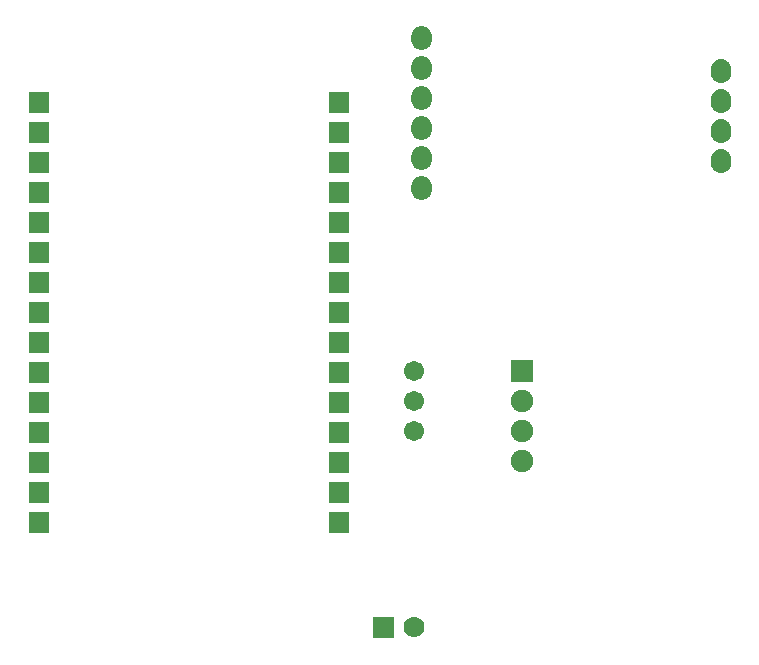
<source format=gbs>
G04 Layer: BottomSolderMaskLayer*
G04 EasyEDA v6.2.46, 2019-12-17T13:03:00+00:00*
G04 0172e0994fd644d79e33dd8747f588b4,932ed04fcfe14a16a0103060ae18c599,10*
G04 Gerber Generator version 0.2*
G04 Scale: 100 percent, Rotated: No, Reflected: No *
G04 Dimensions in millimeters *
G04 leading zeros omitted , absolute positions ,3 integer and 3 decimal *
%FSLAX33Y33*%
%MOMM*%
G90*
G71D02*

%ADD21C,1.903197*%
%ADD23C,1.778000*%
%ADD25C,1.703197*%

%LPD*%
G36*
G01X43116Y39027D02*
G01X43116Y40932D01*
G01X45021Y40932D01*
G01X45021Y39027D01*
G01X43116Y39027D01*
G37*
G54D21*
G01X44069Y37440D03*
G01X44069Y34900D03*
G01X44069Y32360D03*
G36*
G01X31496Y17374D02*
G01X31496Y19152D01*
G01X33274Y19152D01*
G01X33274Y17374D01*
G01X31496Y17374D01*
G37*
G54D23*
G01X34925Y18263D03*
G36*
G01X2313Y46606D02*
G01X2313Y48334D01*
G01X4041Y48334D01*
G01X4041Y46606D01*
G01X2313Y46606D01*
G37*
G36*
G01X27711Y44069D02*
G01X27711Y45796D01*
G01X29438Y45796D01*
G01X29438Y44069D01*
G01X27711Y44069D01*
G37*
G36*
G01X2313Y49146D02*
G01X2313Y50874D01*
G01X4041Y50874D01*
G01X4041Y49146D01*
G01X2313Y49146D01*
G37*
G36*
G01X2313Y51686D02*
G01X2313Y53414D01*
G01X4041Y53414D01*
G01X4041Y51686D01*
G01X2313Y51686D01*
G37*
G36*
G01X2313Y54226D02*
G01X2313Y55954D01*
G01X4041Y55954D01*
G01X4041Y54226D01*
G01X2313Y54226D01*
G37*
G36*
G01X2313Y56766D02*
G01X2313Y58494D01*
G01X4041Y58494D01*
G01X4041Y56766D01*
G01X2313Y56766D01*
G37*
G36*
G01X2313Y59306D02*
G01X2313Y61034D01*
G01X4041Y61034D01*
G01X4041Y59306D01*
G01X2313Y59306D01*
G37*
G36*
G01X2313Y61846D02*
G01X2313Y63574D01*
G01X4041Y63574D01*
G01X4041Y61846D01*
G01X2313Y61846D01*
G37*
G36*
G01X2313Y44066D02*
G01X2313Y45794D01*
G01X4041Y45794D01*
G01X4041Y44066D01*
G01X2313Y44066D01*
G37*
G36*
G01X2313Y41526D02*
G01X2313Y43254D01*
G01X4041Y43254D01*
G01X4041Y41526D01*
G01X2313Y41526D01*
G37*
G36*
G01X2313Y38986D02*
G01X2313Y40714D01*
G01X4041Y40714D01*
G01X4041Y38986D01*
G01X2313Y38986D01*
G37*
G36*
G01X2313Y36446D02*
G01X2313Y38174D01*
G01X4041Y38174D01*
G01X4041Y36446D01*
G01X2313Y36446D01*
G37*
G36*
G01X2313Y33906D02*
G01X2313Y35634D01*
G01X4041Y35634D01*
G01X4041Y33906D01*
G01X2313Y33906D01*
G37*
G36*
G01X2313Y31366D02*
G01X2313Y33094D01*
G01X4041Y33094D01*
G01X4041Y31366D01*
G01X2313Y31366D01*
G37*
G36*
G01X27711Y41529D02*
G01X27711Y43256D01*
G01X29438Y43256D01*
G01X29438Y41529D01*
G01X27711Y41529D01*
G37*
G36*
G01X27711Y38989D02*
G01X27711Y40716D01*
G01X29438Y40716D01*
G01X29438Y38989D01*
G01X27711Y38989D01*
G37*
G36*
G01X27711Y36449D02*
G01X27711Y38176D01*
G01X29438Y38176D01*
G01X29438Y36449D01*
G01X27711Y36449D01*
G37*
G36*
G01X27711Y33909D02*
G01X27711Y35636D01*
G01X29438Y35636D01*
G01X29438Y33909D01*
G01X27711Y33909D01*
G37*
G36*
G01X27711Y31369D02*
G01X27711Y33096D01*
G01X29438Y33096D01*
G01X29438Y31369D01*
G01X27711Y31369D01*
G37*
G36*
G01X27711Y28829D02*
G01X27711Y30556D01*
G01X29438Y30556D01*
G01X29438Y28829D01*
G01X27711Y28829D01*
G37*
G36*
G01X27711Y46609D02*
G01X27711Y48336D01*
G01X29438Y48336D01*
G01X29438Y46609D01*
G01X27711Y46609D01*
G37*
G36*
G01X27711Y49149D02*
G01X27711Y50876D01*
G01X29438Y50876D01*
G01X29438Y49149D01*
G01X27711Y49149D01*
G37*
G36*
G01X27711Y51689D02*
G01X27711Y53416D01*
G01X29438Y53416D01*
G01X29438Y51689D01*
G01X27711Y51689D01*
G37*
G36*
G01X27711Y54229D02*
G01X27711Y55956D01*
G01X29438Y55956D01*
G01X29438Y54229D01*
G01X27711Y54229D01*
G37*
G36*
G01X27711Y56769D02*
G01X27711Y58496D01*
G01X29438Y58496D01*
G01X29438Y56769D01*
G01X27711Y56769D01*
G37*
G36*
G01X27711Y59309D02*
G01X27711Y61036D01*
G01X29438Y61036D01*
G01X29438Y59309D01*
G01X27711Y59309D01*
G37*
G36*
G01X2311Y28829D02*
G01X2311Y30556D01*
G01X4038Y30556D01*
G01X4038Y28829D01*
G01X2311Y28829D01*
G37*
G36*
G01X2311Y26289D02*
G01X2311Y28016D01*
G01X4038Y28016D01*
G01X4038Y26289D01*
G01X2311Y26289D01*
G37*
G36*
G01X27711Y26289D02*
G01X27711Y28016D01*
G01X29438Y28016D01*
G01X29438Y26289D01*
G01X27711Y26289D01*
G37*
G36*
G01X27711Y61849D02*
G01X27711Y63576D01*
G01X29438Y63576D01*
G01X29438Y61849D01*
G01X27711Y61849D01*
G37*
G54D25*
G01X34925Y34900D03*
G01X34925Y37440D03*
G01X34925Y39980D03*
G36*
G01X35560Y67173D02*
G01X35473Y67178D01*
G01X35433Y67185D01*
G01X35389Y67193D01*
G01X35349Y67203D01*
G01X35306Y67216D01*
G01X35265Y67231D01*
G01X35189Y67267D01*
G01X35151Y67287D01*
G01X35112Y67310D01*
G01X35077Y67335D01*
G01X35044Y67361D01*
G01X34978Y67417D01*
G01X34947Y67447D01*
G01X34919Y67480D01*
G01X34894Y67513D01*
G01X34869Y67549D01*
G01X34846Y67584D01*
G01X34823Y67622D01*
G01X34803Y67660D01*
G01X34785Y67701D01*
G01X34770Y67739D01*
G01X34757Y67780D01*
G01X34744Y67823D01*
G01X34734Y67864D01*
G01X34726Y67907D01*
G01X34721Y67950D01*
G01X34719Y67993D01*
G01X34719Y68354D01*
G01X34721Y68397D01*
G01X34726Y68440D01*
G01X34734Y68483D01*
G01X34744Y68524D01*
G01X34757Y68567D01*
G01X34770Y68608D01*
G01X34785Y68646D01*
G01X34803Y68687D01*
G01X34823Y68725D01*
G01X34846Y68763D01*
G01X34869Y68798D01*
G01X34894Y68834D01*
G01X34919Y68867D01*
G01X34947Y68900D01*
G01X34978Y68930D01*
G01X35044Y68986D01*
G01X35077Y69012D01*
G01X35112Y69037D01*
G01X35151Y69060D01*
G01X35189Y69080D01*
G01X35265Y69116D01*
G01X35306Y69131D01*
G01X35349Y69144D01*
G01X35389Y69154D01*
G01X35433Y69162D01*
G01X35473Y69169D01*
G01X35560Y69174D01*
G01X35603Y69174D01*
G01X35689Y69169D01*
G01X35732Y69162D01*
G01X35773Y69154D01*
G01X35816Y69144D01*
G01X35857Y69131D01*
G01X35897Y69116D01*
G01X35938Y69098D01*
G01X35976Y69080D01*
G01X36014Y69060D01*
G01X36050Y69037D01*
G01X36121Y68986D01*
G01X36154Y68958D01*
G01X36184Y68930D01*
G01X36215Y68900D01*
G01X36271Y68834D01*
G01X36296Y68798D01*
G01X36319Y68763D01*
G01X36360Y68687D01*
G01X36377Y68646D01*
G01X36393Y68608D01*
G01X36408Y68567D01*
G01X36418Y68524D01*
G01X36428Y68483D01*
G01X36436Y68440D01*
G01X36441Y68397D01*
G01X36443Y68354D01*
G01X36446Y68313D01*
G01X36446Y68034D01*
G01X36443Y67993D01*
G01X36441Y67950D01*
G01X36436Y67907D01*
G01X36428Y67864D01*
G01X36418Y67823D01*
G01X36408Y67780D01*
G01X36393Y67739D01*
G01X36377Y67701D01*
G01X36360Y67660D01*
G01X36319Y67584D01*
G01X36296Y67549D01*
G01X36271Y67513D01*
G01X36215Y67447D01*
G01X36184Y67417D01*
G01X36154Y67389D01*
G01X36121Y67361D01*
G01X36050Y67310D01*
G01X36014Y67287D01*
G01X35976Y67267D01*
G01X35938Y67249D01*
G01X35897Y67231D01*
G01X35857Y67216D01*
G01X35816Y67203D01*
G01X35773Y67193D01*
G01X35732Y67185D01*
G01X35689Y67178D01*
G01X35603Y67173D01*
G01X35560Y67173D01*
G37*
G36*
G01X35560Y64633D02*
G01X35473Y64638D01*
G01X35433Y64645D01*
G01X35389Y64653D01*
G01X35349Y64663D01*
G01X35306Y64676D01*
G01X35265Y64691D01*
G01X35189Y64727D01*
G01X35151Y64747D01*
G01X35112Y64770D01*
G01X35077Y64795D01*
G01X35044Y64821D01*
G01X34978Y64877D01*
G01X34947Y64907D01*
G01X34919Y64940D01*
G01X34894Y64973D01*
G01X34869Y65009D01*
G01X34846Y65044D01*
G01X34823Y65082D01*
G01X34803Y65120D01*
G01X34785Y65161D01*
G01X34770Y65199D01*
G01X34757Y65240D01*
G01X34744Y65283D01*
G01X34734Y65324D01*
G01X34726Y65367D01*
G01X34721Y65410D01*
G01X34719Y65453D01*
G01X34719Y65814D01*
G01X34721Y65857D01*
G01X34726Y65900D01*
G01X34734Y65943D01*
G01X34744Y65984D01*
G01X34757Y66027D01*
G01X34770Y66068D01*
G01X34785Y66106D01*
G01X34803Y66147D01*
G01X34823Y66185D01*
G01X34846Y66223D01*
G01X34869Y66258D01*
G01X34894Y66294D01*
G01X34919Y66327D01*
G01X34947Y66360D01*
G01X34978Y66390D01*
G01X35044Y66446D01*
G01X35077Y66472D01*
G01X35112Y66497D01*
G01X35151Y66520D01*
G01X35189Y66540D01*
G01X35265Y66576D01*
G01X35306Y66591D01*
G01X35349Y66604D01*
G01X35389Y66614D01*
G01X35433Y66622D01*
G01X35473Y66629D01*
G01X35560Y66634D01*
G01X35603Y66634D01*
G01X35689Y66629D01*
G01X35732Y66622D01*
G01X35773Y66614D01*
G01X35816Y66604D01*
G01X35857Y66591D01*
G01X35897Y66576D01*
G01X35938Y66558D01*
G01X35976Y66540D01*
G01X36014Y66520D01*
G01X36050Y66497D01*
G01X36121Y66446D01*
G01X36154Y66418D01*
G01X36184Y66390D01*
G01X36215Y66360D01*
G01X36271Y66294D01*
G01X36296Y66258D01*
G01X36319Y66223D01*
G01X36360Y66147D01*
G01X36377Y66106D01*
G01X36393Y66068D01*
G01X36408Y66027D01*
G01X36418Y65984D01*
G01X36428Y65943D01*
G01X36436Y65900D01*
G01X36441Y65857D01*
G01X36443Y65814D01*
G01X36446Y65773D01*
G01X36446Y65494D01*
G01X36443Y65453D01*
G01X36441Y65410D01*
G01X36436Y65367D01*
G01X36428Y65324D01*
G01X36418Y65283D01*
G01X36408Y65240D01*
G01X36393Y65199D01*
G01X36377Y65161D01*
G01X36360Y65120D01*
G01X36319Y65044D01*
G01X36296Y65009D01*
G01X36271Y64973D01*
G01X36215Y64907D01*
G01X36184Y64877D01*
G01X36154Y64849D01*
G01X36121Y64821D01*
G01X36050Y64770D01*
G01X36014Y64747D01*
G01X35976Y64727D01*
G01X35938Y64709D01*
G01X35897Y64691D01*
G01X35857Y64676D01*
G01X35816Y64663D01*
G01X35773Y64653D01*
G01X35732Y64645D01*
G01X35689Y64638D01*
G01X35603Y64633D01*
G01X35560Y64633D01*
G37*
G36*
G01X35560Y62093D02*
G01X35473Y62098D01*
G01X35433Y62105D01*
G01X35389Y62113D01*
G01X35349Y62123D01*
G01X35306Y62136D01*
G01X35265Y62151D01*
G01X35189Y62187D01*
G01X35151Y62207D01*
G01X35112Y62230D01*
G01X35077Y62255D01*
G01X35044Y62281D01*
G01X34978Y62337D01*
G01X34947Y62367D01*
G01X34919Y62400D01*
G01X34894Y62433D01*
G01X34869Y62469D01*
G01X34846Y62504D01*
G01X34823Y62542D01*
G01X34803Y62580D01*
G01X34785Y62621D01*
G01X34770Y62659D01*
G01X34757Y62700D01*
G01X34744Y62743D01*
G01X34734Y62784D01*
G01X34726Y62827D01*
G01X34721Y62870D01*
G01X34719Y62913D01*
G01X34719Y63274D01*
G01X34721Y63317D01*
G01X34726Y63360D01*
G01X34734Y63403D01*
G01X34744Y63444D01*
G01X34757Y63487D01*
G01X34770Y63528D01*
G01X34785Y63566D01*
G01X34803Y63607D01*
G01X34823Y63645D01*
G01X34846Y63683D01*
G01X34869Y63718D01*
G01X34894Y63754D01*
G01X34919Y63787D01*
G01X34947Y63820D01*
G01X34978Y63850D01*
G01X35044Y63906D01*
G01X35077Y63932D01*
G01X35112Y63957D01*
G01X35151Y63980D01*
G01X35189Y64000D01*
G01X35265Y64036D01*
G01X35306Y64051D01*
G01X35349Y64064D01*
G01X35389Y64074D01*
G01X35433Y64082D01*
G01X35473Y64089D01*
G01X35560Y64094D01*
G01X35603Y64094D01*
G01X35689Y64089D01*
G01X35732Y64082D01*
G01X35773Y64074D01*
G01X35816Y64064D01*
G01X35857Y64051D01*
G01X35897Y64036D01*
G01X35938Y64018D01*
G01X35976Y64000D01*
G01X36014Y63980D01*
G01X36050Y63957D01*
G01X36121Y63906D01*
G01X36154Y63878D01*
G01X36184Y63850D01*
G01X36215Y63820D01*
G01X36271Y63754D01*
G01X36296Y63718D01*
G01X36319Y63683D01*
G01X36360Y63607D01*
G01X36377Y63566D01*
G01X36393Y63528D01*
G01X36408Y63487D01*
G01X36418Y63444D01*
G01X36428Y63403D01*
G01X36436Y63360D01*
G01X36441Y63317D01*
G01X36443Y63274D01*
G01X36446Y63233D01*
G01X36446Y62954D01*
G01X36443Y62913D01*
G01X36441Y62870D01*
G01X36436Y62827D01*
G01X36428Y62784D01*
G01X36418Y62743D01*
G01X36408Y62700D01*
G01X36393Y62659D01*
G01X36377Y62621D01*
G01X36360Y62580D01*
G01X36319Y62504D01*
G01X36296Y62469D01*
G01X36271Y62433D01*
G01X36215Y62367D01*
G01X36184Y62337D01*
G01X36154Y62309D01*
G01X36121Y62281D01*
G01X36050Y62230D01*
G01X36014Y62207D01*
G01X35976Y62187D01*
G01X35938Y62169D01*
G01X35897Y62151D01*
G01X35857Y62136D01*
G01X35816Y62123D01*
G01X35773Y62113D01*
G01X35732Y62105D01*
G01X35689Y62098D01*
G01X35603Y62093D01*
G01X35560Y62093D01*
G37*
G36*
G01X35560Y59553D02*
G01X35473Y59558D01*
G01X35433Y59565D01*
G01X35389Y59573D01*
G01X35349Y59583D01*
G01X35306Y59596D01*
G01X35265Y59611D01*
G01X35189Y59647D01*
G01X35151Y59667D01*
G01X35112Y59690D01*
G01X35077Y59715D01*
G01X35044Y59741D01*
G01X34978Y59797D01*
G01X34947Y59827D01*
G01X34919Y59860D01*
G01X34894Y59893D01*
G01X34869Y59929D01*
G01X34846Y59964D01*
G01X34823Y60002D01*
G01X34803Y60040D01*
G01X34785Y60081D01*
G01X34770Y60119D01*
G01X34757Y60160D01*
G01X34744Y60203D01*
G01X34734Y60244D01*
G01X34726Y60287D01*
G01X34721Y60330D01*
G01X34719Y60373D01*
G01X34719Y60734D01*
G01X34721Y60777D01*
G01X34726Y60820D01*
G01X34734Y60863D01*
G01X34744Y60904D01*
G01X34757Y60947D01*
G01X34770Y60988D01*
G01X34785Y61026D01*
G01X34803Y61067D01*
G01X34823Y61105D01*
G01X34846Y61143D01*
G01X34869Y61178D01*
G01X34894Y61214D01*
G01X34919Y61247D01*
G01X34947Y61280D01*
G01X34978Y61310D01*
G01X35044Y61366D01*
G01X35077Y61392D01*
G01X35112Y61417D01*
G01X35151Y61440D01*
G01X35189Y61460D01*
G01X35265Y61496D01*
G01X35306Y61511D01*
G01X35349Y61524D01*
G01X35389Y61534D01*
G01X35433Y61542D01*
G01X35473Y61549D01*
G01X35560Y61554D01*
G01X35603Y61554D01*
G01X35689Y61549D01*
G01X35732Y61542D01*
G01X35773Y61534D01*
G01X35816Y61524D01*
G01X35857Y61511D01*
G01X35897Y61496D01*
G01X35938Y61478D01*
G01X35976Y61460D01*
G01X36014Y61440D01*
G01X36050Y61417D01*
G01X36121Y61366D01*
G01X36154Y61338D01*
G01X36184Y61310D01*
G01X36215Y61280D01*
G01X36271Y61214D01*
G01X36296Y61178D01*
G01X36319Y61143D01*
G01X36360Y61067D01*
G01X36377Y61026D01*
G01X36393Y60988D01*
G01X36408Y60947D01*
G01X36418Y60904D01*
G01X36428Y60863D01*
G01X36436Y60820D01*
G01X36441Y60777D01*
G01X36443Y60734D01*
G01X36446Y60693D01*
G01X36446Y60414D01*
G01X36443Y60373D01*
G01X36441Y60330D01*
G01X36436Y60287D01*
G01X36428Y60244D01*
G01X36418Y60203D01*
G01X36408Y60160D01*
G01X36393Y60119D01*
G01X36377Y60081D01*
G01X36360Y60040D01*
G01X36319Y59964D01*
G01X36296Y59929D01*
G01X36271Y59893D01*
G01X36215Y59827D01*
G01X36184Y59797D01*
G01X36154Y59769D01*
G01X36121Y59741D01*
G01X36050Y59690D01*
G01X36014Y59667D01*
G01X35976Y59647D01*
G01X35938Y59629D01*
G01X35897Y59611D01*
G01X35857Y59596D01*
G01X35816Y59583D01*
G01X35773Y59573D01*
G01X35732Y59565D01*
G01X35689Y59558D01*
G01X35603Y59553D01*
G01X35560Y59553D01*
G37*
G36*
G01X35560Y57013D02*
G01X35473Y57018D01*
G01X35433Y57025D01*
G01X35389Y57033D01*
G01X35349Y57043D01*
G01X35306Y57056D01*
G01X35265Y57071D01*
G01X35189Y57107D01*
G01X35151Y57127D01*
G01X35112Y57150D01*
G01X35077Y57175D01*
G01X35044Y57201D01*
G01X34978Y57257D01*
G01X34947Y57287D01*
G01X34919Y57320D01*
G01X34894Y57353D01*
G01X34869Y57389D01*
G01X34846Y57424D01*
G01X34823Y57462D01*
G01X34803Y57500D01*
G01X34785Y57541D01*
G01X34770Y57579D01*
G01X34757Y57620D01*
G01X34744Y57663D01*
G01X34734Y57704D01*
G01X34726Y57747D01*
G01X34721Y57790D01*
G01X34719Y57833D01*
G01X34719Y58194D01*
G01X34721Y58237D01*
G01X34726Y58280D01*
G01X34734Y58323D01*
G01X34744Y58364D01*
G01X34757Y58407D01*
G01X34770Y58448D01*
G01X34785Y58486D01*
G01X34803Y58527D01*
G01X34823Y58565D01*
G01X34846Y58603D01*
G01X34869Y58638D01*
G01X34894Y58674D01*
G01X34919Y58707D01*
G01X34947Y58740D01*
G01X34978Y58770D01*
G01X35044Y58826D01*
G01X35077Y58852D01*
G01X35112Y58877D01*
G01X35151Y58900D01*
G01X35189Y58920D01*
G01X35265Y58956D01*
G01X35306Y58971D01*
G01X35349Y58984D01*
G01X35389Y58994D01*
G01X35433Y59002D01*
G01X35473Y59009D01*
G01X35560Y59014D01*
G01X35603Y59014D01*
G01X35689Y59009D01*
G01X35732Y59002D01*
G01X35773Y58994D01*
G01X35816Y58984D01*
G01X35857Y58971D01*
G01X35897Y58956D01*
G01X35938Y58938D01*
G01X35976Y58920D01*
G01X36014Y58900D01*
G01X36050Y58877D01*
G01X36121Y58826D01*
G01X36154Y58798D01*
G01X36184Y58770D01*
G01X36215Y58740D01*
G01X36271Y58674D01*
G01X36296Y58638D01*
G01X36319Y58603D01*
G01X36360Y58527D01*
G01X36377Y58486D01*
G01X36393Y58448D01*
G01X36408Y58407D01*
G01X36418Y58364D01*
G01X36428Y58323D01*
G01X36436Y58280D01*
G01X36441Y58237D01*
G01X36443Y58194D01*
G01X36446Y58153D01*
G01X36446Y57874D01*
G01X36443Y57833D01*
G01X36441Y57790D01*
G01X36436Y57747D01*
G01X36428Y57704D01*
G01X36418Y57663D01*
G01X36408Y57620D01*
G01X36393Y57579D01*
G01X36377Y57541D01*
G01X36360Y57500D01*
G01X36319Y57424D01*
G01X36296Y57389D01*
G01X36271Y57353D01*
G01X36215Y57287D01*
G01X36184Y57257D01*
G01X36154Y57229D01*
G01X36121Y57201D01*
G01X36050Y57150D01*
G01X36014Y57127D01*
G01X35976Y57107D01*
G01X35938Y57089D01*
G01X35897Y57071D01*
G01X35857Y57056D01*
G01X35816Y57043D01*
G01X35773Y57033D01*
G01X35732Y57025D01*
G01X35689Y57018D01*
G01X35603Y57013D01*
G01X35560Y57013D01*
G37*
G36*
G01X35560Y54473D02*
G01X35473Y54478D01*
G01X35433Y54485D01*
G01X35389Y54493D01*
G01X35349Y54503D01*
G01X35306Y54516D01*
G01X35265Y54531D01*
G01X35189Y54567D01*
G01X35151Y54587D01*
G01X35112Y54610D01*
G01X35077Y54635D01*
G01X35044Y54661D01*
G01X34978Y54717D01*
G01X34947Y54747D01*
G01X34919Y54780D01*
G01X34894Y54813D01*
G01X34869Y54849D01*
G01X34846Y54884D01*
G01X34823Y54922D01*
G01X34803Y54960D01*
G01X34785Y55001D01*
G01X34770Y55039D01*
G01X34757Y55080D01*
G01X34744Y55123D01*
G01X34734Y55164D01*
G01X34726Y55207D01*
G01X34721Y55250D01*
G01X34719Y55293D01*
G01X34719Y55654D01*
G01X34721Y55697D01*
G01X34726Y55740D01*
G01X34734Y55783D01*
G01X34744Y55824D01*
G01X34757Y55867D01*
G01X34770Y55908D01*
G01X34785Y55946D01*
G01X34803Y55987D01*
G01X34823Y56025D01*
G01X34846Y56063D01*
G01X34869Y56098D01*
G01X34894Y56134D01*
G01X34919Y56167D01*
G01X34947Y56200D01*
G01X34978Y56230D01*
G01X35044Y56286D01*
G01X35077Y56312D01*
G01X35112Y56337D01*
G01X35151Y56360D01*
G01X35189Y56380D01*
G01X35265Y56416D01*
G01X35306Y56431D01*
G01X35349Y56444D01*
G01X35389Y56454D01*
G01X35433Y56462D01*
G01X35473Y56469D01*
G01X35560Y56474D01*
G01X35603Y56474D01*
G01X35689Y56469D01*
G01X35732Y56462D01*
G01X35773Y56454D01*
G01X35816Y56444D01*
G01X35857Y56431D01*
G01X35897Y56416D01*
G01X35938Y56398D01*
G01X35976Y56380D01*
G01X36014Y56360D01*
G01X36050Y56337D01*
G01X36121Y56286D01*
G01X36154Y56258D01*
G01X36184Y56230D01*
G01X36215Y56200D01*
G01X36271Y56134D01*
G01X36296Y56098D01*
G01X36319Y56063D01*
G01X36360Y55987D01*
G01X36377Y55946D01*
G01X36393Y55908D01*
G01X36408Y55867D01*
G01X36418Y55824D01*
G01X36428Y55783D01*
G01X36436Y55740D01*
G01X36441Y55697D01*
G01X36443Y55654D01*
G01X36446Y55613D01*
G01X36446Y55334D01*
G01X36443Y55293D01*
G01X36441Y55250D01*
G01X36436Y55207D01*
G01X36428Y55164D01*
G01X36418Y55123D01*
G01X36408Y55080D01*
G01X36393Y55039D01*
G01X36377Y55001D01*
G01X36360Y54960D01*
G01X36319Y54884D01*
G01X36296Y54849D01*
G01X36271Y54813D01*
G01X36215Y54747D01*
G01X36184Y54717D01*
G01X36154Y54689D01*
G01X36121Y54661D01*
G01X36050Y54610D01*
G01X36014Y54587D01*
G01X35976Y54567D01*
G01X35938Y54549D01*
G01X35897Y54531D01*
G01X35857Y54516D01*
G01X35816Y54503D01*
G01X35773Y54493D01*
G01X35732Y54485D01*
G01X35689Y54478D01*
G01X35603Y54473D01*
G01X35560Y54473D01*
G37*
G36*
G01X60916Y64379D02*
G01X60830Y64384D01*
G01X60787Y64391D01*
G01X60746Y64399D01*
G01X60703Y64409D01*
G01X60662Y64422D01*
G01X60622Y64437D01*
G01X60584Y64455D01*
G01X60543Y64473D01*
G01X60505Y64493D01*
G01X60469Y64516D01*
G01X60398Y64567D01*
G01X60365Y64595D01*
G01X60335Y64623D01*
G01X60304Y64653D01*
G01X60248Y64719D01*
G01X60223Y64755D01*
G01X60200Y64790D01*
G01X60159Y64866D01*
G01X60142Y64907D01*
G01X60126Y64945D01*
G01X60111Y64986D01*
G01X60101Y65029D01*
G01X60091Y65070D01*
G01X60083Y65113D01*
G01X60078Y65156D01*
G01X60076Y65199D01*
G01X60073Y65240D01*
G01X60073Y65519D01*
G01X60076Y65560D01*
G01X60078Y65603D01*
G01X60083Y65646D01*
G01X60091Y65689D01*
G01X60101Y65730D01*
G01X60111Y65773D01*
G01X60126Y65814D01*
G01X60142Y65852D01*
G01X60159Y65893D01*
G01X60200Y65969D01*
G01X60223Y66004D01*
G01X60248Y66040D01*
G01X60304Y66106D01*
G01X60335Y66136D01*
G01X60365Y66164D01*
G01X60398Y66192D01*
G01X60469Y66243D01*
G01X60505Y66266D01*
G01X60543Y66286D01*
G01X60584Y66304D01*
G01X60622Y66322D01*
G01X60662Y66337D01*
G01X60703Y66350D01*
G01X60746Y66360D01*
G01X60787Y66368D01*
G01X60830Y66375D01*
G01X60916Y66380D01*
G01X60960Y66380D01*
G01X61046Y66375D01*
G01X61087Y66368D01*
G01X61130Y66360D01*
G01X61170Y66350D01*
G01X61214Y66337D01*
G01X61254Y66322D01*
G01X61292Y66304D01*
G01X61333Y66286D01*
G01X61368Y66266D01*
G01X61407Y66243D01*
G01X61442Y66218D01*
G01X61475Y66192D01*
G01X61541Y66136D01*
G01X61572Y66106D01*
G01X61600Y66073D01*
G01X61625Y66040D01*
G01X61676Y65969D01*
G01X61716Y65893D01*
G01X61734Y65852D01*
G01X61749Y65814D01*
G01X61762Y65773D01*
G01X61775Y65730D01*
G01X61785Y65689D01*
G01X61793Y65646D01*
G01X61798Y65603D01*
G01X61800Y65560D01*
G01X61800Y65199D01*
G01X61798Y65156D01*
G01X61793Y65113D01*
G01X61785Y65070D01*
G01X61775Y65029D01*
G01X61762Y64986D01*
G01X61749Y64945D01*
G01X61734Y64907D01*
G01X61716Y64866D01*
G01X61676Y64790D01*
G01X61625Y64719D01*
G01X61600Y64686D01*
G01X61572Y64653D01*
G01X61541Y64623D01*
G01X61475Y64567D01*
G01X61442Y64541D01*
G01X61407Y64516D01*
G01X61368Y64493D01*
G01X61333Y64473D01*
G01X61292Y64455D01*
G01X61254Y64437D01*
G01X61214Y64422D01*
G01X61170Y64409D01*
G01X61130Y64399D01*
G01X61087Y64391D01*
G01X61046Y64384D01*
G01X60960Y64379D01*
G01X60916Y64379D01*
G37*
G36*
G01X60916Y61839D02*
G01X60830Y61844D01*
G01X60787Y61851D01*
G01X60746Y61859D01*
G01X60703Y61869D01*
G01X60662Y61882D01*
G01X60622Y61897D01*
G01X60584Y61915D01*
G01X60543Y61933D01*
G01X60505Y61953D01*
G01X60469Y61976D01*
G01X60398Y62027D01*
G01X60365Y62055D01*
G01X60335Y62083D01*
G01X60304Y62113D01*
G01X60248Y62179D01*
G01X60223Y62215D01*
G01X60200Y62250D01*
G01X60159Y62326D01*
G01X60142Y62367D01*
G01X60126Y62405D01*
G01X60111Y62446D01*
G01X60101Y62489D01*
G01X60091Y62530D01*
G01X60083Y62573D01*
G01X60078Y62616D01*
G01X60076Y62659D01*
G01X60073Y62700D01*
G01X60073Y62979D01*
G01X60076Y63020D01*
G01X60078Y63063D01*
G01X60083Y63106D01*
G01X60091Y63149D01*
G01X60101Y63190D01*
G01X60111Y63233D01*
G01X60126Y63274D01*
G01X60142Y63312D01*
G01X60159Y63353D01*
G01X60200Y63429D01*
G01X60223Y63464D01*
G01X60248Y63500D01*
G01X60304Y63566D01*
G01X60335Y63596D01*
G01X60365Y63624D01*
G01X60398Y63652D01*
G01X60469Y63703D01*
G01X60505Y63726D01*
G01X60543Y63746D01*
G01X60584Y63764D01*
G01X60622Y63782D01*
G01X60662Y63797D01*
G01X60703Y63810D01*
G01X60746Y63820D01*
G01X60787Y63828D01*
G01X60830Y63835D01*
G01X60916Y63840D01*
G01X60960Y63840D01*
G01X61046Y63835D01*
G01X61087Y63828D01*
G01X61130Y63820D01*
G01X61170Y63810D01*
G01X61214Y63797D01*
G01X61254Y63782D01*
G01X61292Y63764D01*
G01X61333Y63746D01*
G01X61368Y63726D01*
G01X61407Y63703D01*
G01X61442Y63678D01*
G01X61475Y63652D01*
G01X61541Y63596D01*
G01X61572Y63566D01*
G01X61600Y63533D01*
G01X61625Y63500D01*
G01X61676Y63429D01*
G01X61716Y63353D01*
G01X61734Y63312D01*
G01X61749Y63274D01*
G01X61762Y63233D01*
G01X61775Y63190D01*
G01X61785Y63149D01*
G01X61793Y63106D01*
G01X61798Y63063D01*
G01X61800Y63020D01*
G01X61800Y62659D01*
G01X61798Y62616D01*
G01X61793Y62573D01*
G01X61785Y62530D01*
G01X61775Y62489D01*
G01X61762Y62446D01*
G01X61749Y62405D01*
G01X61734Y62367D01*
G01X61716Y62326D01*
G01X61676Y62250D01*
G01X61625Y62179D01*
G01X61600Y62146D01*
G01X61572Y62113D01*
G01X61541Y62083D01*
G01X61475Y62027D01*
G01X61442Y62001D01*
G01X61407Y61976D01*
G01X61368Y61953D01*
G01X61333Y61933D01*
G01X61292Y61915D01*
G01X61254Y61897D01*
G01X61214Y61882D01*
G01X61170Y61869D01*
G01X61130Y61859D01*
G01X61087Y61851D01*
G01X61046Y61844D01*
G01X60960Y61839D01*
G01X60916Y61839D01*
G37*
G36*
G01X60916Y59299D02*
G01X60830Y59304D01*
G01X60787Y59311D01*
G01X60746Y59319D01*
G01X60703Y59329D01*
G01X60662Y59342D01*
G01X60622Y59357D01*
G01X60584Y59375D01*
G01X60543Y59393D01*
G01X60505Y59413D01*
G01X60469Y59436D01*
G01X60398Y59487D01*
G01X60365Y59515D01*
G01X60335Y59543D01*
G01X60304Y59573D01*
G01X60248Y59639D01*
G01X60223Y59675D01*
G01X60200Y59710D01*
G01X60159Y59786D01*
G01X60142Y59827D01*
G01X60126Y59865D01*
G01X60111Y59906D01*
G01X60101Y59949D01*
G01X60091Y59990D01*
G01X60083Y60033D01*
G01X60078Y60076D01*
G01X60076Y60119D01*
G01X60073Y60160D01*
G01X60073Y60439D01*
G01X60076Y60480D01*
G01X60078Y60523D01*
G01X60083Y60566D01*
G01X60091Y60609D01*
G01X60101Y60650D01*
G01X60111Y60693D01*
G01X60126Y60734D01*
G01X60142Y60772D01*
G01X60159Y60813D01*
G01X60200Y60889D01*
G01X60223Y60924D01*
G01X60248Y60960D01*
G01X60304Y61026D01*
G01X60335Y61056D01*
G01X60365Y61084D01*
G01X60398Y61112D01*
G01X60469Y61163D01*
G01X60505Y61186D01*
G01X60543Y61206D01*
G01X60584Y61224D01*
G01X60622Y61242D01*
G01X60662Y61257D01*
G01X60703Y61270D01*
G01X60746Y61280D01*
G01X60787Y61288D01*
G01X60830Y61295D01*
G01X60916Y61300D01*
G01X60960Y61300D01*
G01X61046Y61295D01*
G01X61087Y61288D01*
G01X61130Y61280D01*
G01X61170Y61270D01*
G01X61214Y61257D01*
G01X61254Y61242D01*
G01X61292Y61224D01*
G01X61333Y61206D01*
G01X61368Y61186D01*
G01X61407Y61163D01*
G01X61442Y61138D01*
G01X61475Y61112D01*
G01X61541Y61056D01*
G01X61572Y61026D01*
G01X61600Y60993D01*
G01X61625Y60960D01*
G01X61676Y60889D01*
G01X61716Y60813D01*
G01X61734Y60772D01*
G01X61749Y60734D01*
G01X61762Y60693D01*
G01X61775Y60650D01*
G01X61785Y60609D01*
G01X61793Y60566D01*
G01X61798Y60523D01*
G01X61800Y60480D01*
G01X61800Y60119D01*
G01X61798Y60076D01*
G01X61793Y60033D01*
G01X61785Y59990D01*
G01X61775Y59949D01*
G01X61762Y59906D01*
G01X61749Y59865D01*
G01X61734Y59827D01*
G01X61716Y59786D01*
G01X61676Y59710D01*
G01X61625Y59639D01*
G01X61600Y59606D01*
G01X61572Y59573D01*
G01X61541Y59543D01*
G01X61475Y59487D01*
G01X61442Y59461D01*
G01X61407Y59436D01*
G01X61368Y59413D01*
G01X61333Y59393D01*
G01X61292Y59375D01*
G01X61254Y59357D01*
G01X61214Y59342D01*
G01X61170Y59329D01*
G01X61130Y59319D01*
G01X61087Y59311D01*
G01X61046Y59304D01*
G01X60960Y59299D01*
G01X60916Y59299D01*
G37*
G36*
G01X60916Y56759D02*
G01X60830Y56764D01*
G01X60787Y56771D01*
G01X60746Y56779D01*
G01X60703Y56789D01*
G01X60662Y56802D01*
G01X60622Y56817D01*
G01X60584Y56835D01*
G01X60543Y56853D01*
G01X60505Y56873D01*
G01X60469Y56896D01*
G01X60398Y56947D01*
G01X60365Y56975D01*
G01X60335Y57003D01*
G01X60304Y57033D01*
G01X60248Y57099D01*
G01X60223Y57135D01*
G01X60200Y57170D01*
G01X60159Y57246D01*
G01X60142Y57287D01*
G01X60126Y57325D01*
G01X60111Y57366D01*
G01X60101Y57409D01*
G01X60091Y57450D01*
G01X60083Y57493D01*
G01X60078Y57536D01*
G01X60076Y57579D01*
G01X60073Y57620D01*
G01X60073Y57899D01*
G01X60076Y57940D01*
G01X60078Y57983D01*
G01X60083Y58026D01*
G01X60091Y58069D01*
G01X60101Y58110D01*
G01X60111Y58153D01*
G01X60126Y58194D01*
G01X60142Y58232D01*
G01X60159Y58273D01*
G01X60200Y58349D01*
G01X60223Y58384D01*
G01X60248Y58420D01*
G01X60304Y58486D01*
G01X60335Y58516D01*
G01X60365Y58544D01*
G01X60398Y58572D01*
G01X60469Y58623D01*
G01X60505Y58646D01*
G01X60543Y58666D01*
G01X60584Y58684D01*
G01X60622Y58702D01*
G01X60662Y58717D01*
G01X60703Y58730D01*
G01X60746Y58740D01*
G01X60787Y58748D01*
G01X60830Y58755D01*
G01X60916Y58760D01*
G01X60960Y58760D01*
G01X61046Y58755D01*
G01X61087Y58748D01*
G01X61130Y58740D01*
G01X61170Y58730D01*
G01X61214Y58717D01*
G01X61254Y58702D01*
G01X61292Y58684D01*
G01X61333Y58666D01*
G01X61368Y58646D01*
G01X61407Y58623D01*
G01X61442Y58598D01*
G01X61475Y58572D01*
G01X61541Y58516D01*
G01X61572Y58486D01*
G01X61600Y58453D01*
G01X61625Y58420D01*
G01X61676Y58349D01*
G01X61716Y58273D01*
G01X61734Y58232D01*
G01X61749Y58194D01*
G01X61762Y58153D01*
G01X61775Y58110D01*
G01X61785Y58069D01*
G01X61793Y58026D01*
G01X61798Y57983D01*
G01X61800Y57940D01*
G01X61800Y57579D01*
G01X61798Y57536D01*
G01X61793Y57493D01*
G01X61785Y57450D01*
G01X61775Y57409D01*
G01X61762Y57366D01*
G01X61749Y57325D01*
G01X61734Y57287D01*
G01X61716Y57246D01*
G01X61676Y57170D01*
G01X61625Y57099D01*
G01X61600Y57066D01*
G01X61572Y57033D01*
G01X61541Y57003D01*
G01X61475Y56947D01*
G01X61442Y56921D01*
G01X61407Y56896D01*
G01X61368Y56873D01*
G01X61333Y56853D01*
G01X61292Y56835D01*
G01X61254Y56817D01*
G01X61214Y56802D01*
G01X61170Y56789D01*
G01X61130Y56779D01*
G01X61087Y56771D01*
G01X61046Y56764D01*
G01X60960Y56759D01*
G01X60916Y56759D01*
G37*
M00*
M02*

</source>
